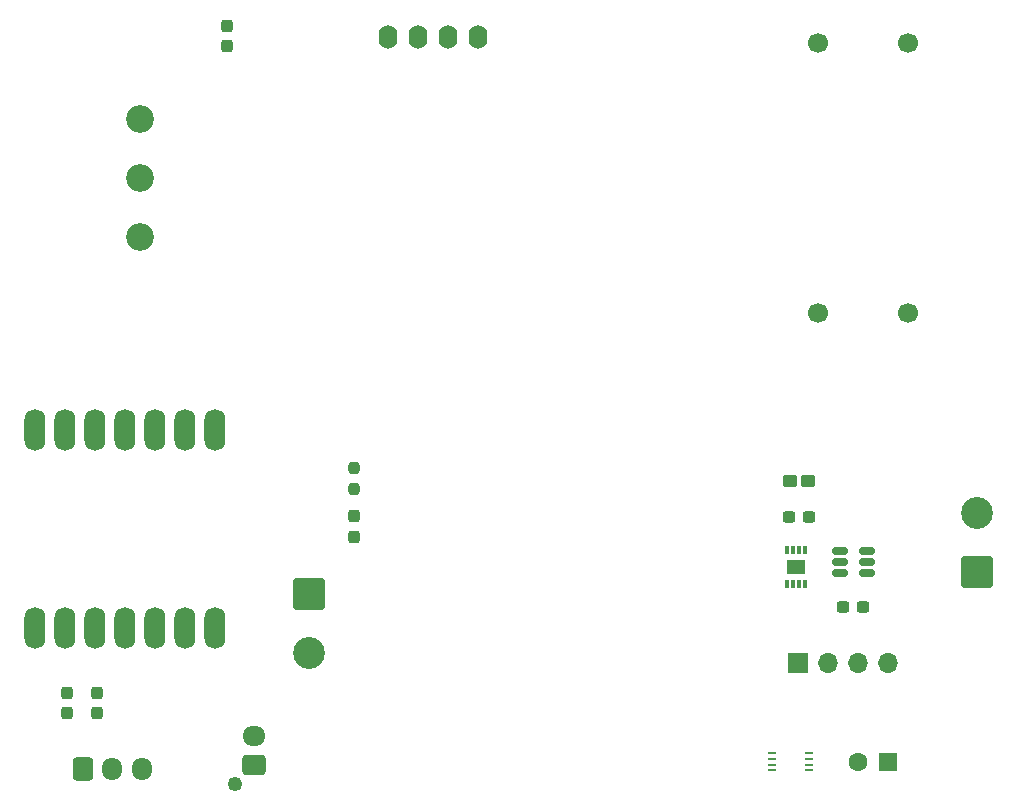
<source format=gbr>
%TF.GenerationSoftware,KiCad,Pcbnew,7.0.10*%
%TF.CreationDate,2024-02-05T19:05:00-08:00*%
%TF.ProjectId,pcb_lab,7063625f-6c61-4622-9e6b-696361645f70,rev?*%
%TF.SameCoordinates,Original*%
%TF.FileFunction,Soldermask,Top*%
%TF.FilePolarity,Negative*%
%FSLAX46Y46*%
G04 Gerber Fmt 4.6, Leading zero omitted, Abs format (unit mm)*
G04 Created by KiCad (PCBNEW 7.0.10) date 2024-02-05 19:05:00*
%MOMM*%
%LPD*%
G01*
G04 APERTURE LIST*
G04 Aperture macros list*
%AMRoundRect*
0 Rectangle with rounded corners*
0 $1 Rounding radius*
0 $2 $3 $4 $5 $6 $7 $8 $9 X,Y pos of 4 corners*
0 Add a 4 corners polygon primitive as box body*
4,1,4,$2,$3,$4,$5,$6,$7,$8,$9,$2,$3,0*
0 Add four circle primitives for the rounded corners*
1,1,$1+$1,$2,$3*
1,1,$1+$1,$4,$5*
1,1,$1+$1,$6,$7*
1,1,$1+$1,$8,$9*
0 Add four rect primitives between the rounded corners*
20,1,$1+$1,$2,$3,$4,$5,0*
20,1,$1+$1,$4,$5,$6,$7,0*
20,1,$1+$1,$6,$7,$8,$9,0*
20,1,$1+$1,$8,$9,$2,$3,0*%
G04 Aperture macros list end*
%ADD10RoundRect,0.237500X0.237500X-0.300000X0.237500X0.300000X-0.237500X0.300000X-0.237500X-0.300000X0*%
%ADD11RoundRect,0.237500X-0.237500X0.250000X-0.237500X-0.250000X0.237500X-0.250000X0.237500X0.250000X0*%
%ADD12RoundRect,0.237500X-0.237500X0.300000X-0.237500X-0.300000X0.237500X-0.300000X0.237500X0.300000X0*%
%ADD13C,2.340000*%
%ADD14RoundRect,0.250000X0.375000X0.275000X-0.375000X0.275000X-0.375000X-0.275000X0.375000X-0.275000X0*%
%ADD15RoundRect,0.237500X0.300000X0.237500X-0.300000X0.237500X-0.300000X-0.237500X0.300000X-0.237500X0*%
%ADD16O,1.600000X2.000000*%
%ADD17RoundRect,0.250000X-0.600000X-0.725000X0.600000X-0.725000X0.600000X0.725000X-0.600000X0.725000X0*%
%ADD18O,1.700000X1.950000*%
%ADD19C,1.700000*%
%ADD20R,0.300000X0.750000*%
%ADD21R,1.500000X1.300000*%
%ADD22O,1.778000X3.556000*%
%ADD23RoundRect,0.150000X-0.512500X-0.150000X0.512500X-0.150000X0.512500X0.150000X-0.512500X0.150000X0*%
%ADD24RoundRect,0.237500X-0.300000X-0.237500X0.300000X-0.237500X0.300000X0.237500X-0.300000X0.237500X0*%
%ADD25RoundRect,0.250001X1.099999X-1.099999X1.099999X1.099999X-1.099999X1.099999X-1.099999X-1.099999X0*%
%ADD26C,2.700000*%
%ADD27RoundRect,0.237500X0.237500X-0.287500X0.237500X0.287500X-0.237500X0.287500X-0.237500X-0.287500X0*%
%ADD28R,0.750000X0.250000*%
%ADD29R,1.600000X1.600000*%
%ADD30C,1.600000*%
%ADD31R,1.700000X1.700000*%
%ADD32O,1.700000X1.700000*%
%ADD33C,1.250000*%
%ADD34RoundRect,0.250000X0.725000X-0.600000X0.725000X0.600000X-0.725000X0.600000X-0.725000X-0.600000X0*%
%ADD35O,1.950000X1.700000*%
%ADD36RoundRect,0.250001X-1.099999X1.099999X-1.099999X-1.099999X1.099999X-1.099999X1.099999X1.099999X0*%
G04 APERTURE END LIST*
D10*
%TO.C,C2*%
X81432400Y-108284500D03*
X81432400Y-106559500D03*
%TD*%
D11*
%TO.C,R1*%
X105791000Y-87503000D03*
X105791000Y-89328000D03*
%TD*%
D12*
%TO.C,C3*%
X94996000Y-50094500D03*
X94996000Y-51819500D03*
%TD*%
D13*
%TO.C,RV1*%
X87630000Y-57992000D03*
X87630000Y-62992000D03*
X87630000Y-67992000D03*
%TD*%
D14*
%TO.C,C5*%
X144247700Y-88650700D03*
X142647700Y-88650700D03*
%TD*%
D15*
%TO.C,C6*%
X144330200Y-91698700D03*
X142605200Y-91698700D03*
%TD*%
D16*
%TO.C,Brd1*%
X108648000Y-51042000D03*
X111188000Y-51042000D03*
X113728000Y-51042000D03*
X116268000Y-51042000D03*
%TD*%
D17*
%TO.C,SW1*%
X82793200Y-113010600D03*
D18*
X85293200Y-113010600D03*
X87793200Y-113010600D03*
%TD*%
D19*
%TO.C,M1*%
X145034000Y-51562000D03*
X152654000Y-51562000D03*
X152654000Y-74422000D03*
X145034000Y-74422000D03*
%TD*%
D20*
%TO.C,U3*%
X143963700Y-94439700D03*
X143463700Y-94439700D03*
X142963700Y-94439700D03*
X142463700Y-94439700D03*
X142463700Y-97339700D03*
X142963700Y-97339700D03*
X143463700Y-97339700D03*
X143963700Y-97339700D03*
D21*
X143213700Y-95889700D03*
%TD*%
D22*
%TO.C,U1*%
X78740000Y-101041200D03*
X81280000Y-101041200D03*
X83820000Y-101041200D03*
X86360000Y-101041200D03*
X88900000Y-101041200D03*
X91440000Y-101041200D03*
X93980000Y-101041200D03*
X78740000Y-84277200D03*
X81280000Y-84277200D03*
X83820000Y-84277200D03*
X86360000Y-84277200D03*
X88900000Y-84277200D03*
X91440000Y-84277200D03*
X93980000Y-84277200D03*
%TD*%
D23*
%TO.C,U4*%
X146902200Y-94558700D03*
X146902200Y-95508700D03*
X146902200Y-96458700D03*
X149177200Y-96458700D03*
X149177200Y-95508700D03*
X149177200Y-94558700D03*
%TD*%
D24*
%TO.C,C7*%
X147177200Y-99318700D03*
X148902200Y-99318700D03*
%TD*%
D10*
%TO.C,C1*%
X83972400Y-108284500D03*
X83972400Y-106559500D03*
%TD*%
D25*
%TO.C,LS1*%
X158513300Y-96313000D03*
D26*
X158513300Y-91313000D03*
%TD*%
D27*
%TO.C,D2*%
X105791000Y-93331000D03*
X105791000Y-91581000D03*
%TD*%
D28*
%TO.C,U2*%
X141170300Y-111639200D03*
X141170300Y-112139200D03*
X141170300Y-112639200D03*
X141170300Y-113139200D03*
X144270300Y-113139200D03*
X144270300Y-112639200D03*
X144270300Y-112139200D03*
X144270300Y-111639200D03*
%TD*%
D29*
%TO.C,C8*%
X150980300Y-112389200D03*
D30*
X148480300Y-112389200D03*
%TD*%
D31*
%TO.C,D1*%
X143400300Y-104013000D03*
D32*
X145940300Y-104013000D03*
X148480300Y-104013000D03*
X151020300Y-104013000D03*
%TD*%
D33*
%TO.C,BT1*%
X95682000Y-114310600D03*
D34*
X97282000Y-112710600D03*
D35*
X97282000Y-110210600D03*
%TD*%
D36*
%TO.C,J1*%
X101939000Y-98179500D03*
D26*
X101939000Y-103179500D03*
%TD*%
M02*

</source>
